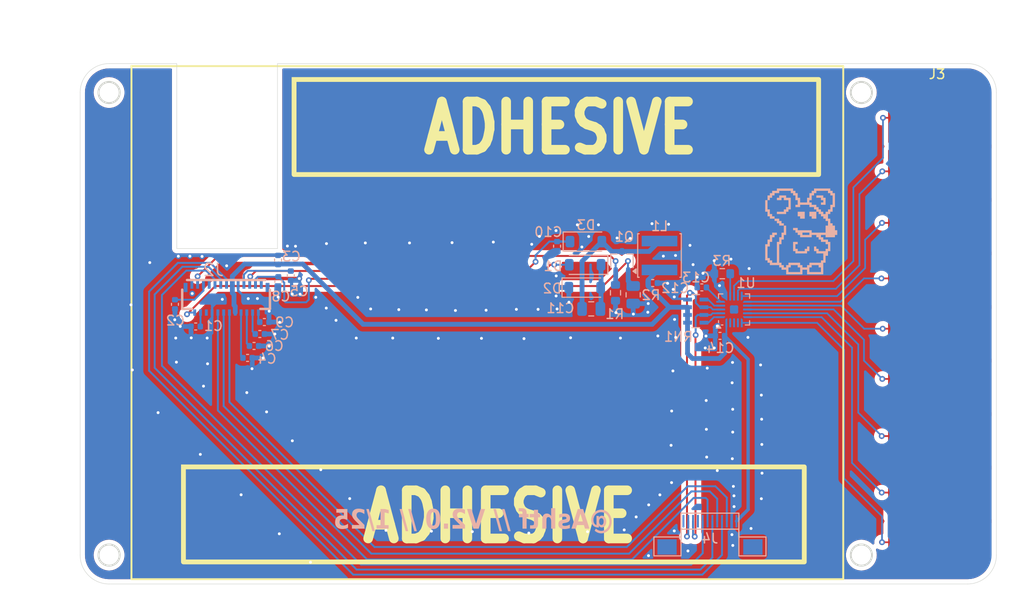
<source format=kicad_pcb>
(kicad_pcb (version 20240108) (generator "pcbnew") (generator_version "8.0")
  (layers (0 "F.Cu" signal) (31 "B.Cu" signal) (34 "B.Paste" user) (35 "F.Paste" user) (36 "B.SilkS" user "B.Silkscreen") (37 "F.SilkS" user "F.Silkscreen") (38 "B.Mask" user) (39 "F.Mask" user) (44 "Edge.Cuts" user))
  (net 0 "")
  (net 1 "GND")
  (net 2 "Net-(C1-Pad1)")
  (net 3 "Net-(C2-Pad2)")
  (net 5 "Net-(C4-Pad2)")
  (net 6 "Net-(C5-Pad1)")
  (net 7 "Net-(C6-Pad2)")
  (net 8 "Net-(C7-Pad2)")
  (net 9 "PREVGL")
  (net 10 "/VCOM")
  (net 11 "PREVGH")
  (net 12 "Net-(D1-K)")
  (net 13 "Net-(D3-A)")
  (net 14 "+3.3V")
  (net 15 "Net-(U1-VREG)")
  (net 16 "Net-(J3-Pin_4)")
  (net 17 "Net-(J3-Pin_9)")
  (net 18 "Net-(J3-Pin_6)")
  (net 19 "Net-(J3-Pin_8)")
  (net 20 "Net-(J3-Pin_7)")
  (net 21 "Net-(J3-Pin_5)")
  (net 25 "CS")
  (net 28 "RESE")
  (net 30 "D{slash}C")
  (net 31 "GDR")
  (net 33 "SDI")
  (net 34 "BUSY")
  (net 35 "SCLK")
  (net 36 "RES")
  (net 38 "Net-(J3-Pin_3)")
  (net 39 "Net-(J3-Pin_2)")
  (net 40 "Net-(J3-Pin_1)")
  (net 43 "I2C_SDA")
  (net 44 "I2C_SCL")
  (net 45 "Net-(U1-REXT)")
  (net 46 "Net-(RN1-R4.1)")
  (net 47 "Net-(RN1-R1.1)")
  (footprint "TouchSlider:TouchSlider-9_50x10mm" (layer "F.Cu") (at 122.46 103.648614 -90)
    (property "Reference" "J3")
    (property "Value" "CapacitiveTouch")
  )
  (footprint "Capacitor_SMD:C_0402_1005Metric" (layer "B.Cu") (at 45.66 104.09 180)
    (property "Reference" "C1")
    (property "Value" "1uF")
  )
  (footprint "Resistor_SMD:R_0603_1608Metric" (layer "B.Cu") (at 100.2575 98.6125)
    (property "Reference" "R3")
    (property "Value" "75k")
  )
  (footprint "Capacitor_SMD:C_0402_1005Metric" (layer "B.Cu") (at 55.52 98.82 -90)
    (property "Reference" "C5")
    (property "Value" "1uF")
  )
  (footprint "Package_TO_SOT_SMD:SOT-323_SC-70" (layer "B.Cu") (at 89.8575 97.3025 90)
    (property "Reference" "Q1")
    (property "Value" "Si1308EDL")
  )
  (footprint "Capacitor_SMD:C_0402_1005Metric" (layer "B.Cu") (at 83.13 95.7525 90)
    (property "Reference" "C10")
    (property "Value" "1uF")
  )
  (footprint "Capacitor_SMD:C_0402_1005Metric" (layer "B.Cu") (at 54.2 97.19 -90)
    (property "Reference" "C3")
    (property "Value" "1uF")
  )
  (footprint "Resistor_SMD:R_0805_2012Metric" (layer "B.Cu") (at 91.02 100.8025 -90)
    (property "Reference" "R2")
    (property "Value" "10k")
  )
  (footprint "Resistor_SMD:R_Array_Concave_4x0603" (layer "B.Cu") (at 97.5075 102.4925 180)
    (property "Reference" "RN1")
    (property "Value" "4x10k")
  )
  (footprint "Inductor_SMD:L_Changjiang_FNR4020S" (layer "B.Cu") (at 93.75 96.7225 90)
    (property "Reference" "L1")
    (property "Value" "10uH")
  )
  (footprint "Capacitor_SMD:C_0805_2012Metric" (layer "B.Cu") (at 86.67 102.2625 180)
    (property "Reference" "C11")
    (property "Value" "4.7uF")
  )
  (footprint "Capacitor_SMD:C_0402_1005Metric" (layer "B.Cu") (at 52.78 103.63 180)
    (property "Reference" "C9")
    (property "Value" "1uF")
  )
  (footprint "Capacitor_SMD:C_0402_1005Metric" (layer "B.Cu") (at 43.51 101.79 90)
    (property "Reference" "C2")
    (property "Value" "4.7uF")
  )
  (footprint "AFC01-S12FCA-00:AFC01-S12FCA-00" (layer "B.Cu") (at 98.98 124.29 180)
    (property "Reference" "J4")
    (property "Value" "Conn_01x12_Pin")
  )
  (footprint "LOGO" (layer "B.Cu") (at 108.5 94.25 180)
    (property "Reference" "G***" (hide yes))
    (property "Value" "LOGO" (hide yes))
  )
  (footprint "Capacitor_SMD:C_0402_1005Metric" (layer "B.Cu") (at 93.05 99.5825)
    (property "Reference" "C12")
    (property "Value" "4.7uF")
  )
  (footprint "Capacitor_SMD:C_0402_1005Metric" (layer "B.Cu") (at 100.02 105.0625 180)
    (property "Reference" "C14")
    (property "Value" "0.1uF")
  )
  (footprint "Capacitor_SMD:C_0402_1005Metric" (layer "B.Cu") (at 54.23 99.41 -90)
    (property "Reference" "C8")
    (property "Value" "1uF")
  )
  (footprint "Diode_SMD:D_SOD-123" (layer "B.Cu") (at 86.12 95.2825)
    (property "Reference" "D3")
    (property "Value" "MBR0530")
  )
  (footprint "Package_DFN_QFN:UQFN-20_3x3mm_P0.4mm" (layer "B.Cu") (at 101.48 102.3225)
    (property "Reference" "U1")
    (property "Value" "MPR121QR2")
  )
  (footprint "Capacitor_SMD:C_0402_1005Metric" (layer "B.Cu") (at 98.1375 100.0325 180)
    (property "Reference" "C13")
    (property "Value" "0.1uF")
  )
  (footprint "AFE03-S25FMA-1H:AFE03-S25FMA-1H" (layer "B.Cu") (at 48.86 101.20635)
    (property "Reference" "J2")
    (property "Value" "~")
  )
  (footprint "Resistor_SMD:R_0603_1608Metric" (layer "B.Cu") (at 89.1875 100.5925 -90)
    (property "Reference" "R1")
    (property "Value" "1R")
  )
  (footprint "Capacitor_SMD:C_0402_1005Metric" (layer "B.Cu") (at 51.04 107.35 180)
    (property "Reference" "C4")
    (property "Value" "1uF")
  )
  (footprint "Capacitor_SMD:C_0402_1005Metric" (layer "B.Cu") (at 52.31 104.87 180)
    (property "Reference" "C7")
    (property "Value" "1uF")
  )
  (footprint "Capacitor_SMD:C_0402_1005Metric" (layer "B.Cu") (at 51.71 106.11 180)
    (property "Reference" "C6")
    (property "Value" "1uF")
  )
  (footprint "Diode_SMD:D_SOD-123" (layer "B.Cu") (at 86 100.0525)
    (property "Reference" "D2")
    (property "Value" "MBR0530")
  )
  (footprint "Diode_SMD:D_SOD-123" (layer "B.Cu") (at 86.0375 97.6825 180)
    (property "Reference" "D1")
    (property "Value" "MBR0530")
  )
  (gr_poly (pts (xy 53.83 100.76) (xy 53.91 100.4) (xy 53.94 99.71) (xy 54.42 99.73) (xy 54.42 100.07) (xy 54.42 100.83) (xy 54.19 101.51)) (stroke (width 0.2)) (fill solid) (layer "B.Cu") (net 1))
  (gr_poly (pts (xy 82.28 96.31) (xy 82.2 96.36) (xy 82.77 96.06) (xy 83.4 96.06) (xy 83.39 96.45) (xy 82.74 96.86) (xy 82.09 97.03)) (stroke (width 0.2)) (fill solid) (layer "B.Cu") (net 1))
  (gr_poly (pts (xy 100.38 99.89) (xy 100.67 100.53) (xy 100.67 101.21) (xy 100.3 101) (xy 99.96 100.42) (xy 100.11 99.89)) (stroke (width 0.2)) (fill solid) (layer "B.Cu") (net 1))
  (gr_rect (start 44.39 118.66) (end 108.76 128.52) (stroke (width 0.5)) (fill none) (layer "F.SilkS"))
  (gr_rect (start 39 77.07) (end 112.8 130.31) (stroke (width 0.2)) (fill none) (layer "F.SilkS"))
  (gr_rect (start 55.86 78.46) (end 110.25 88.32) (stroke (width 0.5)) (fill none) (layer "F.SilkS"))
  (gr_circle (center 36.68 79.81) (end 37.78 79.81) (stroke (width 0.2)) (fill none) (layer "Edge.Cuts"))
  (gr_line (start 125.68 130.81) (end 36.68 130.81) (stroke (width 0.05)) (layer "Edge.Cuts"))
  (gr_line (start 43.7 76.81) (end 43.7 96) (stroke (width 0.05)) (layer "Edge.Cuts"))
  (gr_line (start 36.68 76.81) (end 43.7 76.81) (stroke (width 0.05)) (layer "Edge.Cuts"))
  (gr_line (start 33.68 127.81) (end 33.68 79.81) (stroke (width 0.05)) (layer "Edge.Cuts"))
  (gr_arc (start 33.68 79.81) (mid 34.55868 77.68868) (end 36.68 76.81) (stroke (width 0.05)) (layer "Edge.Cuts"))
  (gr_line (start 128.68 79.81) (end 128.68 127.81) (stroke (width 0.05)) (layer "Edge.Cuts"))
  (gr_circle (center 114.68 79.81) (end 115.78 79.81) (stroke (width 0.2)) (fill none) (layer "Edge.Cuts"))
  (gr_line (start 54.14 76.81) (end 54.14 96) (stroke (width 0.05)) (layer "Edge.Cuts"))
  (gr_arc (start 125.68 76.81) (mid 127.80132 77.68868) (end 128.68 79.81) (stroke (width 0.05)) (layer "Edge.Cuts"))
  (gr_arc (start 36.68 130.81) (mid 34.55868 129.93132) (end 33.68 127.81) (stroke (width 0.05)) (layer "Edge.Cuts"))
  (gr_circle (center 114.68 127.81) (end 115.78 127.81) (stroke (width 0.2)) (fill none) (layer "Edge.Cuts"))
  (gr_arc (start 128.68 127.81) (mid 127.80132 129.93132) (end 125.68 130.81) (stroke (width 0.05)) (layer "Edge.Cuts"))
  (gr_circle (center 36.68 127.81) (end 37.78 127.81) (stroke (width 0.2)) (fill none) (layer "Edge.Cuts"))
  (gr_line (start 54.14 76.81) (end 125.68 76.81) (stroke (width 0.05)) (layer "Edge.Cuts"))
  (gr_line (start 43.7 96) (end 54.14 96) (stroke (width 0.05)) (layer "Edge.Cuts"))
  (gr_text "@Ashtf // V2.0 // 1/25" (at 88.95 125.41 0) (layer "B.SilkS") (effects (font (size 2 1.75) (thickness 0.25) (bold yes)) (justify left bottom mirror)))
  (gr_text "ADHESIVE" (at 83.47 86.41 0) (layer "F.SilkS") (effects (font (size 5 4) (thickness 1) (bold yes)) (justify bottom)))
  (gr_text "ADHESIVE" (at 77.16 126.75 0) (layer "F.SilkS") (effects (font (size 5 4) (thickness 1) (bold yes)) (justify bottom)))
  (via (at 94.69 93.48) (size 0.6) (drill 0.3) (layers "F.Cu" "B.Cu") (net 1))
  (via (at 66.09 105.29) (size 0.6) (drill 0.3) (layers "F.Cu" "B.Cu") (net 1))
  (via (at 83.02 94.14) (size 0.6) (drill 0.3) (layers "F.Cu" "B.Cu") (net 1))
  (via (at 74.34 125.38) (size 0.6) (drill 0.3) (layers "F.Cu" "B.Cu") (net 1))
  (via (at 103.24 125.05) (size 0.6) (drill 0.3) (layers "F.Cu" "B.Cu") (net 1))
  (via (at 101.3 117.81) (size 0.6) (drill 0.3) (layers "F.Cu" "B.Cu") (net 1))
  (via (at 75.77 102.4) (size 0.6) (drill 0.3) (layers "F.Cu" "B.Cu") (net 1))
  (via (at 104.36 116.33) (size 0.6) (drill 0.3) (layers "F.Cu" "B.Cu") (net 1))
  (via (at 98.61 114.76) (size 0.6) (drill 0.3) (layers "F.Cu" "B.Cu") (net 1))
  (via (at 84.36 101.57) (size 0.6) (drill 0.3) (layers "F.Cu" "B.Cu") (net 1))
  (via (at 104.34 113.71) (size 0.6) (drill 0.3) (layers "F.Cu" "B.Cu") (net 1))
  (via (at 46.14 117.36) (size 0.6) (drill 0.3) (layers "F.Cu" "B.Cu") (net 1))
  (via (at 54.33 125.6) (size 0.6) (drill 0.3) (layers "F.Cu" "B.Cu") (net 1))
  (via (at 95.41 96.72) (size 0.6) (drill 0.3) (layers "F.Cu" "B.Cu") (net 1))
  (via (at 45.3 100.67) (size 0.6) (drill 0.3) (layers "F.Cu" "B.Cu") (net 1))
  (via (at 59.2 102.18) (size 0.6) (drill 0.3) (layers "F.Cu" "B.Cu") (net 1))
  (via (at 89.7 105.29) (size 0.6) (drill 0.3) (layers "F.Cu" "B.Cu") (net 1))
  (via (at 56.01 95.76) (size 0.6) (drill 0.3) (layers "F.Cu" "B.Cu") (net 1))
  (via (at 90.72 94.95) (size 0.6) (drill 0.3) (layers "F.Cu" "B.Cu") (net 1))
  (via (at 80.2 125.53) (size 0.6) (drill 0.3) (layers "F.Cu" "B.Cu") (net 1))
  (via (at 81.16 102.31) (size 0.6) (drill 0.3) (layers "F.Cu" "B.Cu") (net 1))
  (via (at 48.42 101.27) (size 0.6) (drill 0.3) (layers "F.Cu" "B.Cu") (net 1))
  (via (at 38.95 101.84) (size 0.6) (drill 0.3) (layers "F.Cu" "B.Cu") (net 1))
  (via (at 55.17 95.74) (size 0.6) (drill 0.3) (layers "F.Cu" "B.Cu") (net 1))
  (via (at 67.83 95.42) (size 0.6) (drill 0.3) (layers "F.Cu" "B.Cu") (net 1))
  (via (at 94.15 96.79) (size 0.6) (drill 0.3) (layers "F.Cu" "B.Cu") (net 1))
  (via (at 43.86 96.8) (size 0.6) (drill 0.3) (layers "F.Cu" "B.Cu") (net 1))
  (via (at 98.49 106.32) (size 0.6) (drill 0.3) (layers "F.Cu" "B.Cu") (net 1))
  (via (at 91.04 102.8) (size 0.6) (drill 0.3) (layers "F.Cu" "B.Cu") (net 1))
  (via (at 85.7 95.84) (size 0.6) (drill 0.3) (layers "F.Cu" "B.Cu") (net 1))
  (via (at 51.5 108.47) (size 0.6) (drill 0.3) (layers "F.Cu" "B.Cu") (net 1))
  (via (at 65.39 125.24) (size 0.6) (drill 0.3) (layers "F.Cu" "B.Cu") (net 1))
  (via (at 98.26 98.57) (size 0.6) (drill 0.3) (layers "F.Cu" "B.Cu") (net 1))
  (via (at 48.87 97.79) (size 0.6) (drill 0.3) (layers "F.Cu" "B.Cu") (net 1))
  (via (at 99.43 106.32) (size 0.6) (drill 0.3) (layers "F.Cu" "B.Cu") (net 1))
  (via (at 70.1 125.33) (size 0.6) (drill 0.3) (layers "F.Cu" "B.Cu") (net 1))
  (via (at 95.43 105.22) (size 0.6) (drill 0.3) (layers "F.Cu" "B.Cu") (net 1))
  (via (at 84.53 105.26) (size 0.6) (drill 0.3) (layers "F.Cu" "B.Cu") (net 1))
  (via (at 56.4 99.11) (size 0.6) (drill 0.3) (layers "F.Cu" "B.Cu") (net 1))
  (via (at 69.58 102.37) (size 0.6) (drill 0.3) (layers "F.Cu" "B.Cu") (net 1))
  (via (at 76.52 95.33) (size 0.6) (drill 0.3) (layers "F.Cu" "B.Cu") (net 1))
  (via (at 40.9 97.46) (size 0.6) (drill 0.3) (layers "F.Cu" "B.Cu") (net 1))
  (via (at 95.17 100.24) (size 0.6) (drill 0.3) (layers "F.Cu" "B.Cu") (net 1))
  (via (at 51.11 101.2) (size 0.6) (drill 0.3) (layers "F.Cu" "B.Cu") (net 1))
  (via (at 86.29 125.38) (size 0.6) (drill 0.3) (layers "F.Cu" "B.Cu") (net 1))
  (via (at 86.41 94.75) (size 0.6) (drill 0.3) (layers "F.Cu" "B.Cu") (net 1))
  (via (at 79.7 105.35) (size 0.6) (drill 0.3) (layers "F.Cu" "B.Cu") (net 1))
  (via (at 87.42 93.54) (size 0.6) (drill 0.3) (layers "F.Cu" "B.Cu") (net 1))
  (via (at 92.54 102.61) (size 0.6) (drill 0.3) (layers "F.Cu" "B.Cu") (net 1))
  (via (at 101.28 109.93) (size 0.6) (drill 0.3) (layers "F.Cu" "B.Cu") (net 1))
  (via (at 98.7 108.41) (size 0.6) (drill 0.3) (layers "F.Cu" "B.Cu") (net 1))
  (via (at 101.34 112.68) (size 0.6) (drill 0.3) (layers "F.Cu" "B.Cu") (net 1))
  (via (at 89.35 94.91) (size 0.6) (drill 0.3) (layers "F.Cu" "B.Cu") (net 1))
  (via (at 59.22 95.49) (size 0.6) (drill 0.3) (layers "F.Cu" "B.Cu") (net 1))
  (via (at 44.06 104.08) (size 0.6) (drill 0.3) (layers "F.Cu" "B.Cu") (net 1))
  (via (at 58.11 101.06) (size 0.6) (drill 0.3) (layers "F.Cu" "B.Cu") (net 1))
  (via (at 58.63 118.95) (size 0.6) (drill 0.3) (layers "F.Cu" "B.Cu") (net 1))
  (via (at 93.58 105.07) (size 0.6) (drill 0.3) (layers "F.Cu" "B.Cu") (net 1))
  (via (at 46.89 107.96) (size 0.6) (drill 0.3) (layers "F.Cu" "B.Cu") (net 1))
  (via (at 91.33 123.85) (size 0.6) (drill 0.3) (layers "F.Cu" "B.Cu") (net 1))
  (via (at 97.23 97.67) (size 0.6) (drill 0.3) (layers "F.Cu" "B.Cu") (net 1))
  (via (at 95.14 108.7) (size 0.6) (drill 0.3) (layers "F.Cu" "B.Cu") (net 1))
  (via (at 104.31 121.96) (size 0.6) (drill 0.3) (layers "F.Cu" "B.Cu") (net 1))
  (via (at 43.59 105.29) (size 0.6) (drill 0.3) (layers "F.Cu" "B.Cu") (net 1))
  (via (at 89.23 102.65) (size 0.6) (drill 0.3) (layers "F.Cu" "B.Cu") (net 1))
  (via (at 101.32 107.82) (size 0.6) (drill 0.3) (layers "F.Cu" "B.Cu") (net 1))
  (via (at 53.28 106.13) (size 0.6) (drill 0.3) (layers "F.Cu" "B.Cu") (net 1))
  (via (at 66.72 102.34) (size 0.6) (drill 0.3) (layers "F.Cu" "B.Cu") (net 1))
  (via (at 92.63 122.6) (size 0.6) (drill 0.3) (layers "F.Cu" "B.Cu") (net 1))
  (via (at 57.56 128.55) (size 0.6) (drill 0.3) (layers "F.Cu" "B.Cu") (net 1))
  (via (at 52.64 107.36) (size 0.6) (drill 0.3) (layers "F.Cu" "B.Cu") (net 1))
  (via (at 96.91 95.67) (size 0.6) (drill 0.3) (layers "F.Cu" "B.Cu") (net 1))
  (via (at 62.47 101.07) (size 0.6) (drill 0.3) (layers "F.Cu" "B.Cu") (net 1))
  (via (at 60.21 103.45) (size 0.6) (drill 0.3) (layers "F.Cu" "B.Cu") (net 1))
  (via (at 101.16 97.1) (size 0.6) (drill 0.3) (layers "F.Cu" "B.Cu") (net 1))
  (via (at 99.74 104.04) (size 0.6) (drill 0.3) (layers "F.Cu" "B.Cu") (net 1))
  (via (at 94.59 99.61) (size 0.6) (drill 0.3) (layers "F.Cu" "B.Cu") (net 1))
  (via (at 62.31 105.29) (size 0.6) (drill 0.3) (layers "F.Cu" "B.Cu") (net 1))
  (via (at 94.95 116.42) (size 0.6) (drill 0.3) (layers "F.Cu" "B.Cu") (net 1))
  (via (at 53.87 104.87) (size 0.6) (drill 0.3) (layers "F.Cu" "B.Cu") (net 1))
  (via (at 101.48 122.78) (size 0.6) (drill 0.3) (layers "F.Cu" "B.Cu") (net 1))
  (via (at 102.92 105.22) (size 0.6) (drill 0.3) (layers "F.Cu" "B.Cu") (net 1))
  (via (at 83.03 100.92) (size 0.6) (drill 0.3) (layers "F.Cu" "B.Cu") (net 1))
  (via (at 103.04 98.08) (size 0.6) (drill 0.3) (layers "F.Cu" "B.Cu") (net 1))
  (via (at 72.59 102.43) (size 0.6) (drill 0.3) (layers "F.Cu" "B.Cu") (net 1))
  (via (at 96.7 127.38) (size 0.6) (drill 0.3) (layers "F.Cu" "B.Cu") (net 1))
  (via (at 99.97 99.85) (size 0.6) (drill 0.3) (layers "F.Cu" "B.Cu") (net 1))
  (via (at 99.42 97.26) (size 0.6) (drill 0.3) (layers "F.Cu" "B.Cu") (net 1))
  (via (at 80.5 95.56) (size 0.6) (drill 0.3) (layers "F.Cu" "B.Cu") (net 1))
  (via (at 101.47 121.66) (size 0.6) (drill 0.3) (layers "F.Cu" "B.Cu") (net 1))
  (via (at 53.01 112.95) (size 0.6) (drill 0.3) (layers "F.Cu" "B.Cu") (net 1))
  (via (at 41.76 113.03) (size 0.6) (drill 0.3) (layers "F.Cu" "B.Cu") (net 1))
  (via (at 45.2 105.27) (size 0.6) (drill 0.3) (layers "F.Cu" "B.Cu") (net 1))
  (via (at 78.91 102.31) (size 0.6) (drill 0.3) (layers "F.Cu" "B.Cu") (net 1))
  (via (at 63.25 95.42) (size 0.6) (drill 0.3) (layers "F.Cu" "B.Cu") (net 1))
  (via (at 97.65 98.97) (size 0.6) (drill 0.3) (layers "F.Cu" "B.Cu") (net 1))
  (via (at 101.35 126.81) (size 0.6) (drill 0.3) (layers "F.Cu" "B.Cu") (net 1))
  (via (at 83.13 102.27) (size 0.6) (drill 0.3) (layers "F.Cu" "B.Cu") (net 1))
  (via (at 43.49 103.39) (size 0.6) (drill 0.3) (layers "F.Cu" "B.Cu") (net 1))
  (via (at 95.28 101.02) (size 0.6) (drill 0.3) (layers "F.Cu" "B.Cu") (net 1))
  (via (at 45.06 96.8) (size 0.6) (drill 0.3) (layers "F.Cu" "B.Cu") (net 1))
  (via (at 55.68 115.95) (size 0.6) (drill 0.3) (layers "F.Cu" "B.Cu") (net 1))
  (via (at 70.82 105.32) (size 0.6) (drill 0.3) (layers "F.Cu" "B.Cu") (net 1))
  (via (at 101.26 125.69) (size 0.6) (drill 0.3) (layers "F.Cu" "B.Cu") (net 1))
  (via (at 75.29 105.32) (size 0.6) (drill 0.3) (layers "F.Cu" "B.Cu") (net 1))
  (via (at 54.37 103.65) (size 0.6) (drill 0.3) (layers "F.Cu" "B.Cu") (net 1))
  (via (at 46.47 110.28) (size 0.6) (drill 0.3) (layers "F.Cu" "B.Cu") (net 1))
  (via (at 52.06 101.19) (size 0.6) (drill 0.3) (layers "F.Cu" "B.Cu") (net 1))
  (via (at 53.28 102.5) (size 0.6) (drill 0.3) (layers "F.Cu" "B.Cu") (net 1))
  (via (at 43.66 107.79) (size 0.6) (drill 0.3) (layers "F.Cu" "B.Cu") (net 1))
  (via (at 99.74 119.04) (size 0.6) (drill 0.3) (layers "F.Cu" "B.Cu") (net 1))
  (via (at 93.79 121.56) (size 0.6) (drill 0.3) (layers "F.Cu" "B.Cu") (net 1))
  (via (at 92.97 93.42) (size 0.6) (drill 0.3) (layers "F.Cu" "B.Cu") (net 1))
  (via (at 104.23 108.08) (size 0.6) (drill 0.3) (layers "F.Cu" "B.Cu") (net 1))
  (via (at 50.37 121.55) (size 0.6) (drill 0.3) (layers "F.Cu" "B.Cu") (net 1))
  (via (at 95.31 103.36) (size 0.6) (drill 0.3) (layers "F.Cu" "B.Cu") (net 1))
  (via (at 61.63 121.95) (size 0.6) (drill 0.3) (layers "F.Cu" "B.Cu") (net 1))
  (via (at 56.48 100.74) (size 0.6) (drill 0.3) (layers "F.Cu" "B.Cu") (net 1))
  (via (at 104.31 111.21) (size 0.6) (drill 0.3) (layers "F.Cu" "B.Cu") (net 1))
  (via (at 83.04 98.84) (size 0.6) (drill 0.3) (layers "F.Cu" "B.Cu") (net 1))
  (via (at 55.67 100.72) (size 0.6) (drill 0.3) (layers "F.Cu" "B.Cu") (net 1))
  (via (at 98.64 117.64) (size 0.6) (drill 0.3) (layers "F.Cu" "B.Cu") (net 1))
  (via (at 92.61 127.87) (size 0.6) (drill 0.3) (layers "F.Cu" "B.Cu") (net 1))
  (via (at 95.01 112.86) (size 0.6) (drill 0.3) (layers "F.Cu" "B.Cu") (net 1))
  (via (at 95.28 125.3) (size 0.6) (drill 0.3) (layers "F.Cu" "B.Cu") (net 1))
  (via (at 50.96 110.95) (size 0.6) (drill 0.3) (layers "F.Cu" "B.Cu") (net 1))
  (via (at 85.23 93.54) (size 0.6) (drill 0.3) (layers "F.Cu" "B.Cu") (net 1))
  (via (at 46.85 105.29) (size 0.6) (drill 0.3) (layers "F.Cu" "B.Cu") (net 1))
  (via (at 98.57 105.08) (size 0.6) (drill 0.3) (layers "F.Cu" "B.Cu") (net 1))
  (via (at 95 120.29) (size 0.6) (drill 0.3) (layers "F.Cu" "B.Cu") (net 1))
  (via (at 92.58 101.71) (size 0.6) (drill 0.3) (layers "F.Cu" "B.Cu") (net 1))
  (via (at 98.59 111.77) (size 0.6) (drill 0.3) (layers "F.Cu" "B.Cu") (net 1))
  (via (at 90.09 125.2) (size 0.6) (drill 0.3) (layers "F.Cu" "B.Cu") (net 1))
  (via (at 54.21 101.04) (size 0.6) (drill 0.3) (layers "F.Cu" "B.Cu") (net 1))
  (via (at 46.32 96.82) (size 0.6) (drill 0.3) (layers "F.Cu" "B.Cu") (net 1))
  (via (at 72.24 95.39) (size 0.6) (drill 0.3) (layers "F.Cu" "B.Cu") (net 1))
  (via (at 101.34 115.05) (size 0.6) (drill 0.3) (layers "F.Cu" "B.Cu") (net 1))
  (via (at 101.41 120.68) (size 0.6) (drill 0.3) (layers "F.Cu" "B.Cu") (net 1))
  (via (at 63.8 102.27) (size 0.6) (drill 0.3) (layers "F.Cu" "B.Cu") (net 1))
  (via (at 81.3 94.74) (size 0.6) (drill 0.3) (layers "F.Cu" "B.Cu") (net 1))
  (via (at 39.09 108.6) (size 0.6) (drill 0.3) (layers "F.Cu" "B.Cu") (net 1))
  (via (at 104.38 119.31) (size 0.6) (drill 0.3) (layers "F.Cu" "B.Cu") (net 1))
  (segment (start 101.23 123.56) (end 101.78 123.01) (width 0.25) (layer "B.Cu") (net 1))
  (segment (start 101.23 121.33) (end 100.6 120.7) (width 0.25) (layer "B.Cu") (net 1))
  (segment (start 101.23 125.09) (end 100.93 125.39) (width 0.25) (layer "B.Cu") (net 1))
  (segment (start 101.23 124.29) (end 101.23 125.22) (width 0.25) (layer "B.Cu") (net 1))
  (segment (start 50.0603 100.36865) (end 50.89165 101.2) (width 0.25) (layer "B.Cu") (net 1))
  (segment (start 47.06 103.46895) (end 47.06 103.58) (width 0.25) (layer "B.Cu") (net 1))
  (segment (start 47.3603 102.64365) (end 47.3603 102.06865) (width 0.25) (layer "B.Cu") (net 1))
  (segment (start 101.23 124.29) (end 101.23 125.01) (width 0.25) (layer "B.Cu") (net 1))
  (segment (start 47.3603 103.16865) (end 47.06 103.46895) (width 0.25) (layer "B.Cu") (net 1))
  (segment (start 50.0603 99.76855) (end 50.0603 100.36865) (width 0.25) (layer "B.Cu") (net 1))
  (segment (start 101.23 124.29) (end 101.23 125.24) (width 0.25) (layer "B.Cu") (net 1))
  (segment (start 101.46 123.16) (end 101.46 122.31) (width 0.25) (layer "B.Cu") (net 1))
  (segment (start 48.15895 101.27) (end 48.42 101.27) (width 0.25) (layer "B.Cu") (net 1))
  (segment (start 101.23 123.39) (end 101.46 123.16) (width 0.25) (layer "B.Cu") (net 1))
  (segment (start 101.23 124.29) (end 101.23 123.39) (width 0.25) (layer "B.Cu") (net 1))
  (segment (start 101.23 125.65) (end 101.24 125.66) (width 0.25) (layer "B.Cu") (net 1))
  (segment (start 101.23 124.29) (end 101.23 123.56) (width 0.25) (layer "B.Cu") (net 1))
  (segment (start 47.3603 104.7797) (end 46.85 105.29) (width 0.25) (layer "B.Cu") (net 1))
  (segment (start 101.23 124.29) (end 101.23 121.33) (width 0.25) (layer "B.Cu") (net 1))
  (segment (start 47.3603 102.06865) (end 48.15895 101.27) (width 0.25) (layer "B.Cu") (net 1))
  (segment (start 47.3603 102.64365) (end 47.3603 104.7797) (width 0.25) (layer "B.Cu") (net 1))
  (segment (start 101.23 124.29) (end 101.23 125.09) (width 0.25) (layer "B.Cu") (net 1))
  (segment (start 101.23 125.01) (end 101.69 125.47) (width 0.25) (layer "B.Cu") (net 1))
  (segment (start 47.3603 102.64365) (end 47.3603 103.16865) (width 0.25) (layer "B.Cu") (net 1))
  (segment (start 101.23 125.24) (end 100.94 125.53) (width 0.25) (layer "B.Cu") (net 1))
  (segment (start 101.23 125.22) (end 101.49 125.48) (width 0.25) (layer "B.Cu") (net 1))
  (segment (start 101.23 124.29) (end 101.23 125.65) (width 0.25) (layer "B.Cu") (net 1))
  (segment (start 50.89165 101.2) (end 51.11 101.2) (width 0.25) (layer "B.Cu") (net 1))
  (segment (start 46.1601 104.0699) (end 46.14 104.09) (width 0.2) (layer "B.Cu") (net 2))
  (segment (start 46.1601 102.64365) (end 46.1601 104.0699) (width 0.2) (layer "B.Cu") (net 2))
  (segment (start 45.51865 101.31) (end 43.51 101.31) (width 0.2) (layer "B.Cu") (net 3))
  (segment (start 46.4601 100.36855) (end 45.51865 101.31) (width 0.2) (layer "B.Cu") (net 3))
  (segment (start 46.4601 99.76855) (end 46.4601 100.36855) (width 0.2) (layer "B.Cu") (net 3))
  (segment (start 50.3603 102.64365) (end 50.3603 107.1503) (width 0.2) (layer "B.Cu") (net 5))
  (segment (start 50.3603 107.1503) (end 50.56 107.35) (width 0.2) (layer "B.Cu") (net 5))
  (segment (start 51.05 98.31) (end 55.69 98.31) (width 0.2) (layer "B.Cu") (net 6))
  (segment (start 50.6602 99.76855) (end 50.6602 98.6998) (width 0.2) (layer "B.Cu") (net 6))
  (segment (start 55.69 98.31) (end 55.7 98.32) (width 0.2) (layer "B.Cu") (net 6))
  (segment (start 50.6602 98.6998) (end 51.05 98.31) (width 0.2) (layer "B.Cu") (net 6))
  (segment (start 51.23 106.11) (end 50.9599 105.8399) (width 0.2) (layer "B.Cu") (net 7))
  (segment (start 50.9599 105.8399) (end 50.9599 102.64385) (width 0.2) (layer "B.Cu") (net 7))
  (segment (start 51.5601 102.64415) (end 51.5601 104.6001) (width 0.2) (layer "B.Cu") (net 8))
  (segment (start 51.5601 104.6001) (end 51.83 104.87) (width 0.2) (layer "B.Cu") (net 8))
  (segment (start 80.964314 99.14) (end 82.434314 97.67) (width 0.2) (layer "F.Cu") (net 9))
  (segment (start 57.539341 99.14) (end 80.964314 99.14) (width 0.2) (layer "F.Cu") (net 9))
  (segment (start 82.434314 97.67) (end 82.83 97.67) (width 0.2) (layer "F.Cu") (net 9))
  (segment (start 57.389341 99.29) (end 57.539341 99.14) (width 0.2) (layer "F.Cu") (net 9))
  (via (at 82.83 97.67) (size 0.6) (drill 0.3) (layers "F.Cu" "B.Cu") (net 9))
  (via (at 57.389341 99.29) (size 0.6) (drill 0.3) (layers "F.Cu" "B.Cu") (net 9))
  (segment (start 84.3875 97.6825) (end 82.8475 97.6825) (width 0.2) (layer "B.Cu") (net 9))
  (segment (start 52.09815 98.93) (end 51.8596 99.16855) (width 0.2) (layer "B.Cu") (net 9))
  (segment (start 57.389341 99.29) (end 57.389341 101.300659) (width 0.2) (layer "B.Cu") (net 9))
  (segment (start 82.83 97.7) (end 82.83 97.67) (width 0.2) (layer "B.Cu") (net 9))
  (segment (start 57.11 101.58) (end 54.98 101.58) (width 0.2) (layer "B.Cu") (net 9))
  (segment (start 54.23 98.93) (end 52.09815 98.93) (width 0.2) (layer "B.Cu") (net 9))
  (segment (start 54.84 101.44) (end 54.84 99.54) (width 0.2) (layer "B.Cu") (net 9))
  (segment (start 57.389341 101.300659) (end 57.11 101.58) (width 0.2) (layer "B.Cu") (net 9))
  (segment (start 82.8475 97.6825) (end 82.83 97.7) (width 0.2) (layer "B.Cu") (net 9))
  (segment (start 54.98 101.58) (end 54.84 101.44) (width 0.2) (layer "B.Cu") (net 9))
  (segment (start 51.8596 99.16855) (end 51.8596 99.76855) (width 0.2) (layer "B.Cu") (net 9))
  (segment (start 54.84 99.54) (end 54.23 98.93) (width 0.2) (layer "B.Cu") (net 9))
  (segment (start 52.1601 102.64415) (end 52.1601 103.6301) (width 0.2) (layer "B.Cu") (net 10))
  (segment (start 52.1601 103.6301) (end 52.33 103.8) (width 0.2) (layer "B.Cu") (net 10))
  (segment (start 80.9 97.37) (end 79.94 98.33) (width 0.2) (layer "F.Cu") (net 11))
  (segment (start 51.898164 98.33) (end 51.318165 98.909999) (width 0.2) (layer "F.Cu") (net 11))
  (segment (start 79.94 98.33) (end 51.898164 98.33) (width 0.2) (layer "F.Cu") (net 11))
  (via (at 51.318165 98.909999) (size 0.6) (drill 0.3) (layers "F.Cu" "B.Cu") (net 11))
  (via (at 80.9 97.37) (size 0.6) (drill 0.3) (layers "F.Cu" "B.Cu") (net 11))
  (segment (start 80.9 96.7) (end 82.3275 95.2725) (width 0.2) (layer "B.Cu") (net 11))
  (segment (start 80.9 97.37) (end 80.9 96.7) (width 0.2) (layer "B.Cu") (net 11))
  (segment (start 82.3275 95.2725) (end 83.13 95.2725) (width 0.2) (layer "B.Cu") (net 11))
  (segment (start 51.2602 98.967964) (end 51.2602 99.76855) (width 0.2) (layer "B.Cu") (net 11))
  (segment (start 51.318165 98.909999) (end 51.2602 98.967964) (width 0.2) (layer "B.Cu") (net 11))
  (segment (start 83.13 95.2725) (end 84.46 95.2725) (width 0.25) (layer "B.Cu") (net 11))
  (segment (start 84.46 95.2725) (end 84.47 95.2825) (width 0.25) (layer "B.Cu") (net 11))
  (segment (start 87.6875 97.6825) (end 87.6875 102.195) (width 0.5) (layer "B.Cu") (net 12))
  (segment (start 87.6875 102.195) (end 87.62 102.2625) (width 0.5) (layer "B.Cu") (net 12))
  (segment (start 87.77 95.2825) (end 85.72 97.3325) (width 0.5) (layer "B.Cu") (net 13))
  (segment (start 85.72 97.3325) (end 85.72 102.2625) (width 0.5) (layer "B.Cu") (net 13))
  (segment (start 88.79 96.3025) (end 87.77 95.2825) (width 0.5) (layer "B.Cu") (net 13))
  (segment (start 92.67 96.3025) (end 93.75 95.2225) (width 0.5) (layer "B.Cu") (net 13))
  (segment (start 89.8575 96.3025) (end 88.79 96.3025) (width 0.5) (layer "B.Cu") (net 13))
  (segment (start 89.8575 96.3025) (end 92.67 96.3025) (width 0.5) (layer "B.Cu") (net 13))
  (segment (start 49.7603 102.64365) (end 49.7603 101.99895) (width 0.5) (layer "B.Cu") (net 14))
  (segment (start 93.75 98.2225) (end 93.620001 98.2225) (width 0.5) (layer "B.Cu") (net 14))
  (segment (start 92.57 99.5325) (end 92.57 99.4025) (width 0.25) (layer "B.Cu") (net 14))
  (segment (start 92.57 99.272501) (end 92.57 99.5825) (width 0.5) (layer "B.Cu") (net 14))
  (segment (start 96.6575 103.6925) (end 96.6575 106.8975) (width 0.5) (layer "B.Cu") (net 14))
  (segment (start 54.25 97.61) (end 56.77 97.61) (width 0.5) (layer "B.Cu") (net 14))
  (segment (start 93.620001 98.2225) (end 92.57 99.272501) (width 0.5) (layer "B.Cu") (net 14))
  (segment (start 100.68 104.8825) (end 100.5 105.0625) (width 0.18) (layer "B.Cu") (net 14))
  (segment (start 92.57 99.5825) (end 92.57 99.892499) (width 0.5) (layer "B.Cu") (net 14))
  (segment (start 96.6575 102.0925) (end 96.6575 103.6925) (width 0.5) (layer "B.Cu") (net 14))
  (segment (start 102.94 123.08) (end 102.94 107.5025) (width 0.35) (layer "B.Cu") (net 14))
  (segment (start 92.99 103.86) (end 94.7575 102.0925) (width 0.5) (layer "B.Cu") (net 14))
  (segment (start 49.4601 99.76855) (end 49.4601 98.86855) (width 0.5) (layer "B.Cu") (net 14))
  (segment (start 49.4601 98.86855) (end 50.71865 97.61) (width 0.5) (layer "B.Cu") (net 14))
  (segment (start 97.17 107.41) (end 99.94 107.41) (width 0.5) (layer "B.Cu") (net 14))
  (segment (start 92.57 99.892499) (end 94.770001 102.0925) (width 0.5) (layer "B.Cu") (net 14))
  (segment (start 94.770001 102.0925) (end 96.6575 102.0925) (width 0.5) (layer "B.Cu") (net 14))
  (segment (start 99.94 107.41) (end 100.5 106.85) (width 0.5) (layer "B.Cu") (net 14))
  (segment (start 56.77 97.61) (end 63.02 103.86) (width 0.5) (layer "B.Cu") (net 14))
  (segment (start 49.63 101.86865) (end 49.63 100.78825) (width 0.5) (layer "B.Cu") (net 14))
  (segment (start 96.6575 106.8975) (end 97.17 107.41) (width 0.5) (layer "B.Cu") (net 14))
  (segment (start 101.73 124.29) (end 102.94 123.08) (width 0.35) (layer "B.Cu") (net 14))
  (segment (start 49.4601 100.61835) (end 49.4601 99.76855) (width 0.5) (layer "B.Cu") (net 14))
  (segment (start 63.02 103.86) (end 92.99 103.86) (width 0.5) (layer "B.Cu") (net 14))
  (segment (start 100.5 106.85) (end 100.5 105.0625) (width 0.5) (layer "B.Cu") (net 14))
  (segment (start 100.68 103.71) (end 100.68 104.8825) (width 0.18) (layer "B.Cu") (net 14))
  (segment (start 94.7575 102.0925) (end 94.770001 102.0925) (width 0.5) (layer "B.Cu") (net 14))
  (segment (start 49.63 100.78825) (end 49.4601 100.61835) (width 0.5) (layer "B.Cu") (net 14))
  (segment (start 50.71865 97.61) (end 54.25 97.61) (width 0.5) (layer "B.Cu") (net 14))
  (segment (start 49.7603 101.99895) (end 49.63 101.86865) (width 0.5) (layer "B.Cu") (net 14))
  (segment (start 102.94 107.5025) (end 100.5 105.0625) (width 0.35) (layer "B.Cu") (net 14))
  (segment (start 100.0925 101.5225) (end 98.6175 100.0475) (width 0.18) (layer "B.Cu") (net 15))
  (segment (start 98.6175 100.0475) (end 98.6175 100.0325) (width 0.18) (layer "B.Cu") (net 15))
  (segment (start 116.76 99.100278) (end 118.84 99.100278) (width 0.18) (layer "F.Cu") (net 16))
  (via (at 116.76 99.100278) (size 0.6) (drill 0.3) (layers "F.Cu" "B.Cu") (net 16))
  (segment (start 112.5275 101.5225) (end 102.8675 101.5225) (width 0.18) (layer "B.Cu") (net 16))
  (segment (start 114.949722 99.100278) (end 112.5275 101.5225) (width 0.18) (layer "B.Cu") (net 16))
  (segment (start 116.76 99.100278) (end 114.949722 99.100278) (width 0.18) (layer "B.Cu") (net 16))
  (segment (start 116.82 126.47759) (end 121.34 126.47759) (width 0.18) (layer "F.Cu") (net 17))
  (via (at 116.82 126.47759) (size 0.6) (drill 0.3) (layers "F.Cu" "B.Cu") (net 17))
  (segment (start 116.82 123.79) (end 112.89 119.86) (width 0.18) (layer "B.Cu") (net 17))
  (segment (start 112.89 119.86) (end 112.89 106.51) (width 0.18) (layer "B.Cu") (net 17))
  (segment (start 112.89 106.51) (end 110.09 103.71) (width 0.18) (layer "B.Cu") (net 17))
  (segment (start 116.82 126.47759) (end 116.77241 126.43) (width 0.18) (layer "B.Cu") (net 17))
  (segment (start 116.82 126.47759) (end 116.82 123.79) (width 0.18) (layer "B.Cu") (net 17))
  (segment (start 110.09 103.71) (end 102.28 103.71) (width 0.18) (layer "B.Cu") (net 17))
  (segment (start 116.85 109.53) (end 118.158612 109.53) (width 0.18) (layer "F.Cu") (net 18))
  (segment (start 118.158612 109.53) (end 118.84 110.211388) (width 0.18) (layer "F.Cu") (net 18))
  (via (at 116.85 109.53) (size 0.6) (drill 0.3) (layers "F.Cu" "B.Cu") (net 18))
  (segment (start 111.8025 102.3225) (end 102.8675 102.3225) (width 0.18) (layer "B.Cu") (net 18))
  (segment (start 114.95 105.47) (end 111.8025 102.3225) (width 0.18) (layer "B.Cu") (net 18))
  (segment (start 116.85 109.53) (end 114.95 107.63) (width 0.18) (layer "B.Cu") (net 18))
  (segment (start 114.95 107.63) (end 114.95 105.47) (width 0.18) (layer "B.Cu") (net 18))
  (segment (start 116.79 121.322498) (end 118.84 121.322498) (width 0.18) (layer "F.Cu") (net 19))
  (via (at 116.79 121.322498) (size 0.6) (drill 0.3) (layers "F.Cu" "B.Cu") (net 19))
  (segment (start 113.71 106.28) (end 110.5525 103.1225) (width 0.18) (layer "B.Cu") (net 19))
  (segment (start 110.5525 103.1225) (end 102.8675 103.1225) (width 0.18) (layer "B.Cu") (net 19))
  (segment (start 113.71 118.242498) (end 113.71 106.28) (width 0.18) (layer "B.Cu") (net 19))
  (segment (start 116.79 121.322498) (end 113.71 118.242498) (width 0.18) (layer "B.Cu") (net 19))
  (segment (start 116.79 115.46) (end 118.533057 115.46) (width 0.18) (layer "F.Cu") (net 20))
  (segment (start 118.533057 115.46) (end 118.84 115.766943) (width 0.18) (layer "F.Cu") (net 20))
  (via (at 116.79 115.46) (size 0.6) (drill 0.3) (layers "F.Cu" "B.Cu") (net 20))
  (segment (start 111.1325 102.7225) (end 102.8675 102.7225) (width 0.18) (layer "B.Cu") (net 20))
  (segment (start 116.79 115.46) (end 114.36 113.03) (width 0.18) (layer "B.Cu") (net 20))
  (segment (start 114.36 105.95) (end 111.1325 102.7225) (width 0.18) (layer "B.Cu") (net 20))
  (segment (start 114.36 113.03) (end 114.36 105.95) (width 0.18) (layer "B.Cu") (net 20))
  (segment (start 118.504167 104.32) (end 118.84 104.655833) (width 0.18) (layer "F.Cu") (net 21))
  (segment (start 116.89 104.32) (end 118.504167 104.32) (width 0.18) (layer "F.Cu") (net 21))
  (via (at 116.89 104.32) (size 0.6) (drill 0.3) (layers "F.Cu" "B.Cu") (net 21))
  (segment (start 114.97 104.32) (end 112.5725 101.9225) (width 0.18) (layer "B.Cu") (net 21))
  (segment (start 112.5725 101.9225) (end 102.8675 101.9225) (width 0.18) (layer "B.Cu") (net 21))
  (segment (start 116.89 104.32) (end 114.97 104.32) (width 0.18) (layer "B.Cu") (net 21))
  (segment (start 63.87 127.66) (end 90.6 127.66) (width 0.2) (layer "B.Cu") (net 25))
  (segment (start 48.5602 112.3502) (end 63.87 127.66) (width 0.2) (layer "B.Cu") (net 25))
  (segment (start 98.96 121.2) (end 99.73 121.97) (width 0.2) (layer "B.Cu") (net 25))
  (segment (start 90.6 127.66) (end 97.06 121.2) (width 0.2) (layer "B.Cu") (net 25))
  (segment (start 48.5602 102.64365) (end 48.5602 112.3502) (width 0.2) (layer "B.Cu") (net 25))
  (segment (start 97.06 121.2) (end 98.96 121.2) (width 0.2) (layer "B.Cu") (net 25))
  (segment (start 99.73 121.97) (end 99.73 124.29) (width 0.2) (layer "B.Cu") (net 25))
  (segment (start 88.67 96.77) (end 89.2 97.3) (width 0.2) (layer "F.Cu") (net 28))
  (segment (start 47.98 96.77) (end 88.67 96.77) (width 0.2) (layer "F.Cu") (net 28))
  (segment (start 45.86 98.89) (end 47.98 96.77) (width 0.2) (layer "F.Cu") (net 28))
  (via (at 89.2 97.3) (size 0.6) (drill 0.3) (layers "F.Cu" "B.Cu") (net 28))
  (via (at 45.86 98.89) (size 0.6) (drill 0.3) (layers "F.Cu" "B.Cu") (net 28))
  (segment (start 89.2075 99.7475) (end 89.1875 99.7675) (width 0.5) (layer "B.Cu") (net 28))
  (segment (start 45.86 98.89) (end 45.86 98.92) (width 0.2) (layer "B.Cu") (net 28))
  (segment (start 45.86 98.92) (end 45.8601 98.9201) (width 0.2) (layer "B.Cu") (net 28))
  (segment (start 89.2075 98.3025) (end 89.2075 99.7475) (width 0.5) (layer "B.Cu") (net 28))
  (segment (start 89.2 97.3) (end 89.2 98.295) (width 0.2) (layer "B.Cu") (net 28))
  (segment (start 89.2 98.295) (end 89.2075 98.3025) (width 0.2) (layer "B.Cu") (net 28))
  (segment (start 45.8601 98.9201) (end 45.8601 99.76855) (width 0.2) (layer "B.Cu") (net 28))
  (segment (start 48.2602 99.76855) (end 48.2602 99.16855) (width 0.2) (layer "B.Cu") (net 30))
  (segment (start 41.41 100.76) (end 41.41 108.38) (width 0.2) (layer "B.Cu") (net 30))
  (segment (start 97.99 129.31) (end 99.23 128.07) (width 0.2) (layer "B.Cu") (net 30))
  (segment (start 99.23 128.07) (end 99.23 124.29) (width 0.2) (layer "B.Cu") (net 30))
  (segment (start 46.98165 97.89) (end 44.28 97.89) (width 0.2) (layer "B.Cu") (net 30))
  (segment (start 41.41 108.38) (end 62.34 129.31) (width 0.2) (layer "B.Cu") (net 30))
  (segment (start 48.2602 99.16855) (end 46.98165 97.89) (width 0.2) (layer "B.Cu") (net 30))
  (segment (start 44.28 97.89) (end 41.41 100.76) (width 0.2) (layer "B.Cu") (net 30))
  (segment (start 62.34 129.31) (end 97.99 129.31) (width 0.2) (layer "B.Cu") (net 30))
  (segment (start 44.76 102.82) (end 47.69 99.89) (width 0.2) (layer "F.Cu") (net 31))
  (segment (start 87.89 99.89) (end 90.48 97.3) (width 0.2) (layer "F.Cu") (net 31))
  (segment (start 47.69 99.89) (end 87.89 99.89) (width 0.2) (layer "F.Cu") (net 31))
  (via (at 44.76 102.82) (size 0.6) (drill 0.3) (layers "F.Cu" "B.Cu") (net 31))
  (via (at 90.48 97.3) (size 0.6) (drill 0.3) (layers "F.Cu" "B.Cu") (net 31))
  (segment (start 44.93635 102.64365) (end 44.76 102.82) (width 0.2) (layer "B.Cu") (net 31))
  (segment (start 90.48 98.275) (end 90.5075 98.3025) (width 0.2) (layer "B.Cu") (net 31))
  (segment (start 90.5075 98.3025) (end 90.5075 99.3775) (width 0.5) (layer "B.Cu") (net 31))
  (segment (start 90.5075 99.3775) (end 91.02 99.89) (width 0.5) (layer "B.Cu") (net 31))
  (segment (start 90.48 97.3) (end 90.48 98.275) (width 0.2) (layer "B.Cu") (net 31))
  (segment (start 45.5602 102.64365) (end 44.93635 102.64365) (width 0.2) (layer "B.Cu") (net 31))
  (segment (start 64.2 126.97) (end 90.36 126.97) (width 0.2) (layer "B.Cu") (net 33))
  (segment (start 49.1601 111.9301) (end 64.2 126.97) (width 0.2) (layer "B.Cu") (net 33))
  (segment (start 90.36 126.97) (end 96.66 120.67) (width 0.2) (layer "B.Cu") (net 33))
  (segment (start 99.55 120.67) (end 100.73 121.85) (width 0.2) (layer "B.Cu") (net 33))
  (segment (start 49.1601 102.64365) (end 49.1601 111.9301) (width 0.2) (layer "B.Cu") (net 33))
  (segment (start 100.73 121.85) (end 100.73 124.29) (width 0.2) (layer "B.Cu") (net 33))
  (segment (start 96.66 120.67) (end 99.55 120.67) (width 0.2) (layer "B.Cu") (net 33))
  (segment (start 62.81 128.81) (end 97.03 128.81) (width 0.2) (layer "B.Cu") (net 34))
  (segment (start 42.16 108.16) (end 62.81 128.81) (width 0.2) (layer "B.Cu") (net 34))
  (segment (start 47.6602 99.76855) (end 47.6602 99.21845) (width 0.2) (layer "B.Cu") (net 34))
  (segment (start 97.03 128.81) (end 98.23 127.61) (width 0.2) (layer "B.Cu") (net 34))
  (segment (start 44.69 98.29) (end 42.16 100.82) (width 0.2) (layer "B.Cu") (net 34))
  (segment (start 46.73175 98.29) (end 44.69 98.29) (width 0.2) (layer "B.Cu") (net 34))
  (segment (start 98.23 127.61) (end 98.23 124.29) (width 0.2) (layer "B.Cu") (net 34))
  (segment (start 47.6602 99.21845) (end 46.73175 98.29) (width 0.2) (layer "B.Cu") (net 34))
  (segment (start 42.16 100.82) (end 42.16 108.16) (width 0.2) (layer "B.Cu") (net 34))
  (segment (start 40.83 100.47) (end 40.83 108.68) (width 0.2) (layer "B.Cu") (net 35))
  (segment (start 43.81 97.49) (end 40.83 100.47) (width 0.2) (layer "B.Cu") (net 35))
  (segment (start 61.99 129.84) (end 98.19 129.84) (width 0.2) (layer "B.Cu") (net 35))
  (segment (start 47.18155 97.49) (end 43.81 97.49) (width 0.2) (layer "B.Cu") (net 35))
  (segment (start 40.83 108.68) (end 61.99 129.84) (width 0.2) (layer "B.Cu") (net 35))
  (segment (start 100.23 127.8) (end 100.23 124.29) (width 0.2) (layer "B.Cu") (net 35))
  (segment (start 48.8601 99.76855) (end 48.8601 99.16855) (width 0.2) (layer "B.Cu") (net 35))
  (segment (start 98.19 129.84) (end 100.23 127.8) (width 0.2) (layer "B.Cu") (net 35))
  (segment (start 48.8601 99.16855) (end 47.18155 97.49) (width 0.2) (layer "B.Cu") (net 35))
  (segment (start 98.73 122.06) (end 98.73 124.29) (width 0.2) (layer "B.Cu") (net 36))
  (segment (start 47.9602 112.8002) (end 63.42 128.26) (width 0.2) (layer "B.Cu") (net 36))
  (segment (start 63.42 128.26) (end 90.91 128.26) (width 0.2) (layer "B.Cu") (net 36))
  (segment (start 47.9602 102.64365) (end 47.9602 112.8002) (width 0.2) (layer "B.Cu") (net 36))
  (segment (start 90.91 128.26) (end 97.29 121.88) (width 0.2) (layer "B.Cu") (net 36))
  (segment (start 98.55 121.88) (end 98.73 122.06) (width 0.2) (layer "B.Cu") (net 36))
  (segment (start 97.29 121.88) (end 98.55 121.88) (width 0.2) (layer "B.Cu") (net 36))
  (segment (start 116.82 93.34) (end 118.635277 93.34) (width 0.18) (layer "F.Cu") (net 38))
  (segment (start 118.635277 93.34) (end 118.84 93.544723) (width 0.18) (layer "F.Cu") (net 38))
  (via (at 116.82 93.34) (size 0.6) (drill 0.3) (layers "F.Cu" "B.Cu") (net 38))
  (segment (start 112.165 100.935) (end 102.28 100.935) (width 0.18) (layer "B.Cu") (net 38))
  (segment (start 116.82 93.34) (end 115.07 95.09) (width 0.18) (layer "B.Cu") (net 38))
  (segment (start 115.07 98.03) (end 112.165 100.935) (width 0.18) (layer "B.Cu") (net 38))
  (segment (start 115.07 95.09) (end 115.07 98.03) (width 0.18) (layer "B.Cu") (net 38))
  (segment (start 116.85 87.989168) (end 118.84 87.989168) (width 0.18) (layer "F.Cu") (net 39))
  (via (at 116.85 87.989168) (size 0.6) (drill 0.3) (layers "F.Cu" "B.Cu") (net 39))
  (segment (start 114.48 97.73) (end 112.0375 100.1725) (width 0.18) (layer "B.Cu") (net 39))
  (segment (start 102.079706 100.1725) (end 101.88 100.372206) (width 0.18) (layer "B.Cu") (net 39))
  (segment (start 116.85 87.989168) (end 114.48 90.359168) (width 0.18) (layer "B.Cu") (net 39))
  (segment (start 114.48 90.359168) (end 114.48 97.73) (width 0.18) (layer "B.Cu") (net 39))
  (segment (start 112.0375 100.1725) (end 102.079706 100.1725) (width 0.18) (layer "B.Cu") (net 39))
  (segment (start 101.88 100.372206) (end 101.88 100.935) (width 0.18) (layer "B.Cu") (net 39))
  (segment (start 116.92 82.433613) (end 118.84 82.433613) (width 0.18) (layer "F.Cu") (net 40))
  (via (at 116.92 82.433613) (size 0.6) (drill 0.3) (layers "F.Cu" "B.Cu") (net 40))
  (segment (start 116.92 82.433613) (end 116.92 86.6) (width 0.18) (layer "B.Cu") (net 40))
  (segment (start 113.85 97.3) (end 111.7725 99.3775) (width 0.18) (layer "B.Cu") (net 40))
  (segment (start 113.85 89.67) (end 113.85 97.3) (width 0.18) (layer "B.Cu") (net 40))
  (segment (start 111.7725 99.3775) (end 101.9725 99.3775) (width 0.18) (layer "B.Cu") (net 40))
  (segment (start 101.48 99.87) (end 101.48 100.935) (width 0.18) (layer "B.Cu") (net 40))
  (segment (start 116.92 86.6) (end 113.85 89.67) (width 0.18) (layer "B.Cu") (net 40))
  (segment (start 101.9725 99.3775) (end 101.48 99.87) (width 0.18) (layer "B.Cu") (net 40))
  (segment (start 96.762498 100.592498) (end 96.9 100.592498) (width 0.2) (layer "F.Cu") (net 43))
  (segment (start 96.600064 100.892434) (end 96.600064 125.879744) (width 0.2) (layer "F.Cu") (net 43))
  (segment (start 96.9 100.592498) (end 96.600064 100.892434) (width 0.2) (layer "F.Cu") (net 43))
  (via (at 96.600064 125.879744) (size 0.6) (drill 0.3) (layers "F.Cu" "B.Cu") (net 43))
  (via (at 96.9 100.592498) (size 0.6) (drill 0.3) (layers "F.Cu" "B.Cu") (net 43))
  (segment (start 97.52 100.905) (end 97.52 101.65) (width 0.2) (layer "B.Cu") (net 43))
  (segment (start 96.9 100.592498) (end 97.207498 100.592498) (width 0.2) (layer "B.Cu") (net 43))
  (segment (start 96.73 124.29) (end 96.73 125.749808) (width 0.2) (layer "B.Cu") (net 43))
  (segment (start 99.050099 102.0925) (end 98.3575 102.0925) (width 0.18) (layer "B.Cu") (net 43))
  (segment (start 96.73 125.749808) (end 96.600064 125.879744) (width 0.2) (layer "B.Cu") (net 43))
  (segment (start 97.207498 100.592498) (end 97.52 100.905) (width 0.2) (layer "B.Cu") (net 43))
  (segment (start 99.280099 102.3225) (end 99.050099 102.0925) (width 0.18) (layer "B.Cu") (net 43))
  (segment (start 100.0925 102.3225) (end 99.280099 102.3225) (width 0.18) (layer "B.Cu") (net 43))
  (segment (start 97.52 101.65) (end 97.9625 102.0925) (width 0.2) (layer "B.Cu") (net 43))
  (segment (start 97.9625 102.0925) (end 98.3575 102.0925) (width 0.2) (layer "B.Cu") (net 43))
  (segment (start 97.48 125.81) (end 97.4 125.89) (width 0.2) (layer "F.Cu") (net 44))
  (segment (start 97.48 105) (end 97.48 125.81) (width 0.2) (layer "F.Cu") (net 44))
  (segment (start 97.5 104.98) (end 97.48 105) (width 0.2) (layer "F.Cu") (net 44))
  (via (at 97.5 104.98) (size 0.6) (drill 0.3) (layers "F.Cu" "B.Cu") (net 44))
  (via (at 97.4 125.89) (size 0.6) (drill 0.3) (layers "F.Cu" "B.Cu") (net 44))
  (segment (start 99.080098 102.8925) (end 98.3575 102.8925) (width 0.18) (layer "B.Cu") (net 44))
  (segment (start 97.23 124.29) (end 97.23 125.72) (width 0.2) (layer "B.Cu") (net 44))
  (segment (start 97.5 104.98) (end 97.5 103.1) (width 0.2) (layer "B.Cu") (net 44))
  (segment (start 97.7075 102.8925) (end 98.3575 102.8925) (width 0.2) (layer "B.Cu") (net 44))
  (segment (start 97.23 125.72) (end 97.4 125.89) (width 0.2) (layer "B.Cu") (net 44))
  (segment (start 99.250098 102.7225) (end 99.080098 102.8925) (width 0.18) (layer "B.Cu") (net 44))
  (segment (start 97.5 103.1) (end 97.7075 102.8925) (width 0.2) (layer "B.Cu") (net 44))
  (segment (start 100.0925 102.7225) (end 99.250098 102.7225) (width 0.18) (layer "B.Cu") (net 44))
  (segment (start 101.08 98.615) (end 101.0825 98.6125) (width 0.18) (layer "B.Cu") (net 45))
  (segment (start 101.08 100.935) (end 101.08 98.615) (width 0.18) (layer "B.Cu") (net 45))
  (segment (start 99.3875 103.1225) (end 98.8175 103.6925) (width 0.18) (layer "B.Cu") (net 46))
  (segment (start 100.0925 103.1225) (end 99.3875 103.1225) (width 0.18) (layer "B.Cu") (net 46))
  (segment (start 98.8175 103.6925) (end 98.3575 103.6925) (width 0.18) (layer "B.Cu") (net 46))
  (segment (start 99.4175 101.9225) (end 98.7875 101.2925) (width 0.18) (layer "B.Cu") (net 47))
  (segment (start 98.7875 101.2925) (end 98.3575 101.2925) (width 0.18) (layer "B.Cu") (net 47))
  (segment (start 100.0925 101.9225) (end 99.4175 101.9225) (width 0.18) (layer "B.Cu") (net 47))
  (zone (net 1) (net_name "GND") (layers "F&B.Cu") (connect_pads (clearance 0.5)) (min_thickness 0.25) (fill yes (thermal_gap 0.5) (thermal_bridge_width 0.5) (island_removal_mode 1) (island_area_min 10))
    (polygon (pts (xy 131.49 70.23) (xy 131.56 70.3) (xy 131.56 133.76) (xy 25.37 133.76) (xy 25.37 70.21) (xy 27.54 70.21) (xy 27.56 70.23)))
  )
)
</source>
